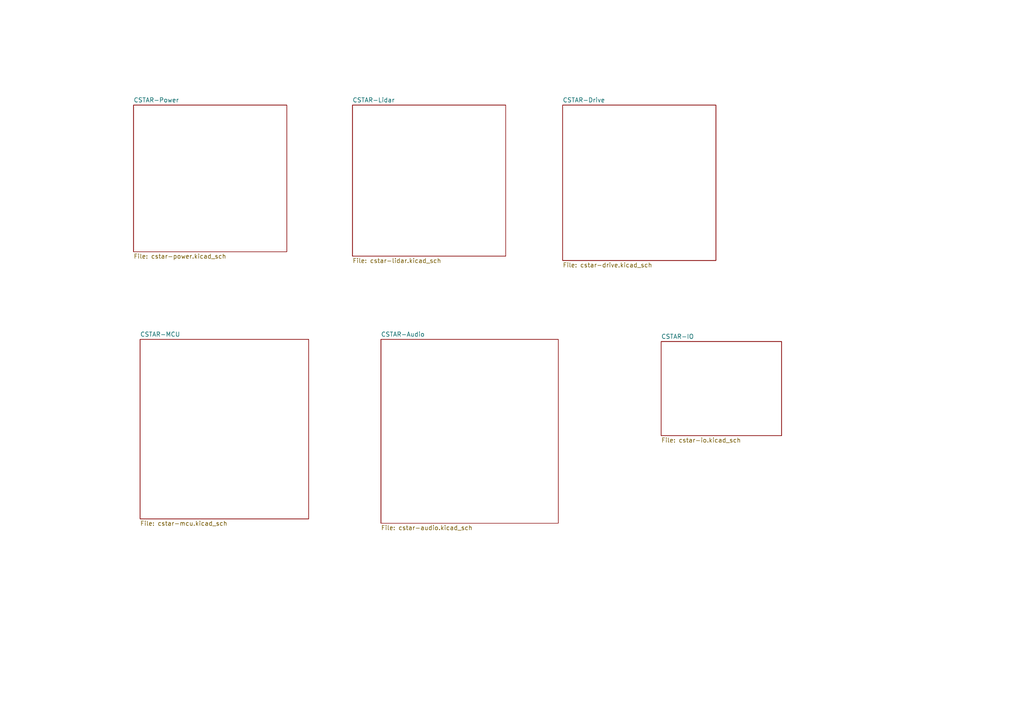
<source format=kicad_sch>
(kicad_sch
	(version 20231120)
	(generator "eeschema")
	(generator_version "8.0")
	(uuid "cd9fa943-c6eb-468b-990c-ea873c442553")
	(paper "A4")
	(lib_symbols)
	(sheet
		(at 38.735 30.48)
		(size 44.45 42.545)
		(fields_autoplaced yes)
		(stroke
			(width 0.1524)
			(type solid)
		)
		(fill
			(color 0 0 0 0.0000)
		)
		(uuid "0fc3a7ee-d954-4a57-b160-08f1c7c2ed5e")
		(property "Sheetname" "CSTAR-Power"
			(at 38.735 29.7684 0)
			(effects
				(font
					(size 1.27 1.27)
				)
				(justify left bottom)
			)
		)
		(property "Sheetfile" "cstar-power.kicad_sch"
			(at 38.735 73.6096 0)
			(effects
				(font
					(size 1.27 1.27)
				)
				(justify left top)
			)
		)
		(instances
			(project "CSTAR"
				(path "/cd9fa943-c6eb-468b-990c-ea873c442553"
					(page "2")
				)
			)
		)
	)
	(sheet
		(at 191.77 99.06)
		(size 34.925 27.305)
		(fields_autoplaced yes)
		(stroke
			(width 0.1524)
			(type solid)
		)
		(fill
			(color 0 0 0 0.0000)
		)
		(uuid "222d3537-e437-4ced-92e0-9423c8895d91")
		(property "Sheetname" "CSTAR-IO"
			(at 191.77 98.3484 0)
			(effects
				(font
					(size 1.27 1.27)
				)
				(justify left bottom)
			)
		)
		(property "Sheetfile" "cstar-io.kicad_sch"
			(at 191.77 126.9496 0)
			(effects
				(font
					(size 1.27 1.27)
				)
				(justify left top)
			)
		)
		(instances
			(project "CSTAR"
				(path "/cd9fa943-c6eb-468b-990c-ea873c442553"
					(page "7")
				)
			)
		)
	)
	(sheet
		(at 110.49 98.425)
		(size 51.435 53.34)
		(fields_autoplaced yes)
		(stroke
			(width 0.1524)
			(type solid)
		)
		(fill
			(color 0 0 0 0.0000)
		)
		(uuid "2cc69299-a9af-44e6-bcb8-323a1f2cc303")
		(property "Sheetname" "CSTAR-Audio"
			(at 110.49 97.7134 0)
			(effects
				(font
					(size 1.27 1.27)
				)
				(justify left bottom)
			)
		)
		(property "Sheetfile" "cstar-audio.kicad_sch"
			(at 110.49 152.3496 0)
			(effects
				(font
					(size 1.27 1.27)
				)
				(justify left top)
			)
		)
		(instances
			(project "CSTAR"
				(path "/cd9fa943-c6eb-468b-990c-ea873c442553"
					(page "6")
				)
			)
		)
	)
	(sheet
		(at 102.235 30.48)
		(size 44.45 43.815)
		(fields_autoplaced yes)
		(stroke
			(width 0.1524)
			(type solid)
		)
		(fill
			(color 0 0 0 0.0000)
		)
		(uuid "3e924a05-61af-4a8a-bc82-0b26814a19c7")
		(property "Sheetname" "CSTAR-Lidar"
			(at 102.235 29.7684 0)
			(effects
				(font
					(size 1.27 1.27)
				)
				(justify left bottom)
			)
		)
		(property "Sheetfile" "cstar-lidar.kicad_sch"
			(at 102.235 74.8796 0)
			(effects
				(font
					(size 1.27 1.27)
				)
				(justify left top)
			)
		)
		(instances
			(project "CSTAR"
				(path "/cd9fa943-c6eb-468b-990c-ea873c442553"
					(page "3")
				)
			)
		)
	)
	(sheet
		(at 163.195 30.48)
		(size 44.45 45.085)
		(fields_autoplaced yes)
		(stroke
			(width 0.1524)
			(type solid)
		)
		(fill
			(color 0 0 0 0.0000)
		)
		(uuid "526f560a-57be-4237-943d-d2bd06db7162")
		(property "Sheetname" "CSTAR-Drive"
			(at 163.195 29.7684 0)
			(effects
				(font
					(size 1.27 1.27)
				)
				(justify left bottom)
			)
		)
		(property "Sheetfile" "cstar-drive.kicad_sch"
			(at 163.195 76.1496 0)
			(effects
				(font
					(size 1.27 1.27)
				)
				(justify left top)
			)
		)
		(instances
			(project "CSTAR"
				(path "/cd9fa943-c6eb-468b-990c-ea873c442553"
					(page "4")
				)
			)
		)
	)
	(sheet
		(at 40.64 98.425)
		(size 48.895 52.07)
		(fields_autoplaced yes)
		(stroke
			(width 0.1524)
			(type solid)
		)
		(fill
			(color 0 0 0 0.0000)
		)
		(uuid "ab376fb8-b3cc-4961-835f-6ea621157706")
		(property "Sheetname" "CSTAR-MCU"
			(at 40.64 97.7134 0)
			(effects
				(font
					(size 1.27 1.27)
				)
				(justify left bottom)
			)
		)
		(property "Sheetfile" "cstar-mcu.kicad_sch"
			(at 40.64 151.0796 0)
			(effects
				(font
					(size 1.27 1.27)
				)
				(justify left top)
			)
		)
		(instances
			(project "CSTAR"
				(path "/cd9fa943-c6eb-468b-990c-ea873c442553"
					(page "5")
				)
			)
		)
	)
	(sheet_instances
		(path "/"
			(page "1")
		)
	)
)

</source>
